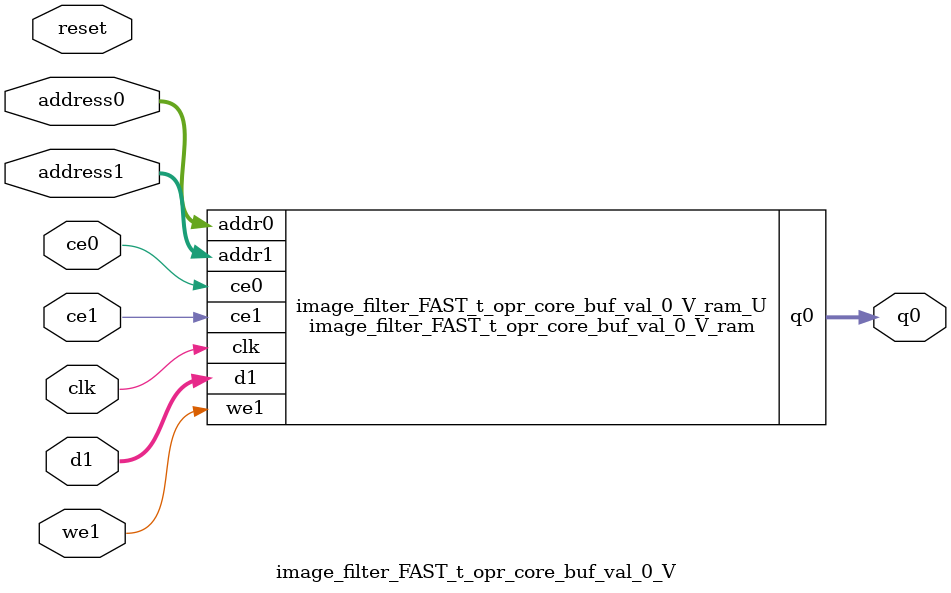
<source format=v>

`timescale 1 ns / 1 ps
module image_filter_FAST_t_opr_core_buf_val_0_V_ram (addr0, ce0, q0, addr1, ce1, d1, we1,  clk);

parameter DWIDTH = 8;
parameter AWIDTH = 11;
parameter MEM_SIZE = 1927;

input[AWIDTH-1:0] addr0;
input ce0;
output reg[DWIDTH-1:0] q0;
input[AWIDTH-1:0] addr1;
input ce1;
input[DWIDTH-1:0] d1;
input we1;
input clk;

(* ram_style = "block" *)reg [DWIDTH-1:0] ram[MEM_SIZE-1:0];




always @(posedge clk)  
begin 
    if (ce0) 
    begin
            q0 <= ram[addr0];
    end
end


always @(posedge clk)  
begin 
    if (ce1) 
    begin
        if (we1) 
        begin 
            ram[addr1] <= d1; 
        end 
    end
end


endmodule


`timescale 1 ns / 1 ps
module image_filter_FAST_t_opr_core_buf_val_0_V(
    reset,
    clk,
    address0,
    ce0,
    q0,
    address1,
    ce1,
    we1,
    d1);

parameter DataWidth = 32'd8;
parameter AddressRange = 32'd1927;
parameter AddressWidth = 32'd11;
input reset;
input clk;
input[AddressWidth - 1:0] address0;
input ce0;
output[DataWidth - 1:0] q0;
input[AddressWidth - 1:0] address1;
input ce1;
input we1;
input[DataWidth - 1:0] d1;



image_filter_FAST_t_opr_core_buf_val_0_V_ram image_filter_FAST_t_opr_core_buf_val_0_V_ram_U(
    .clk( clk ),
    .addr0( address0 ),
    .ce0( ce0 ),
    .q0( q0 ),
    .addr1( address1 ),
    .ce1( ce1 ),
    .d1( d1 ),
    .we1( we1 ));

endmodule


</source>
